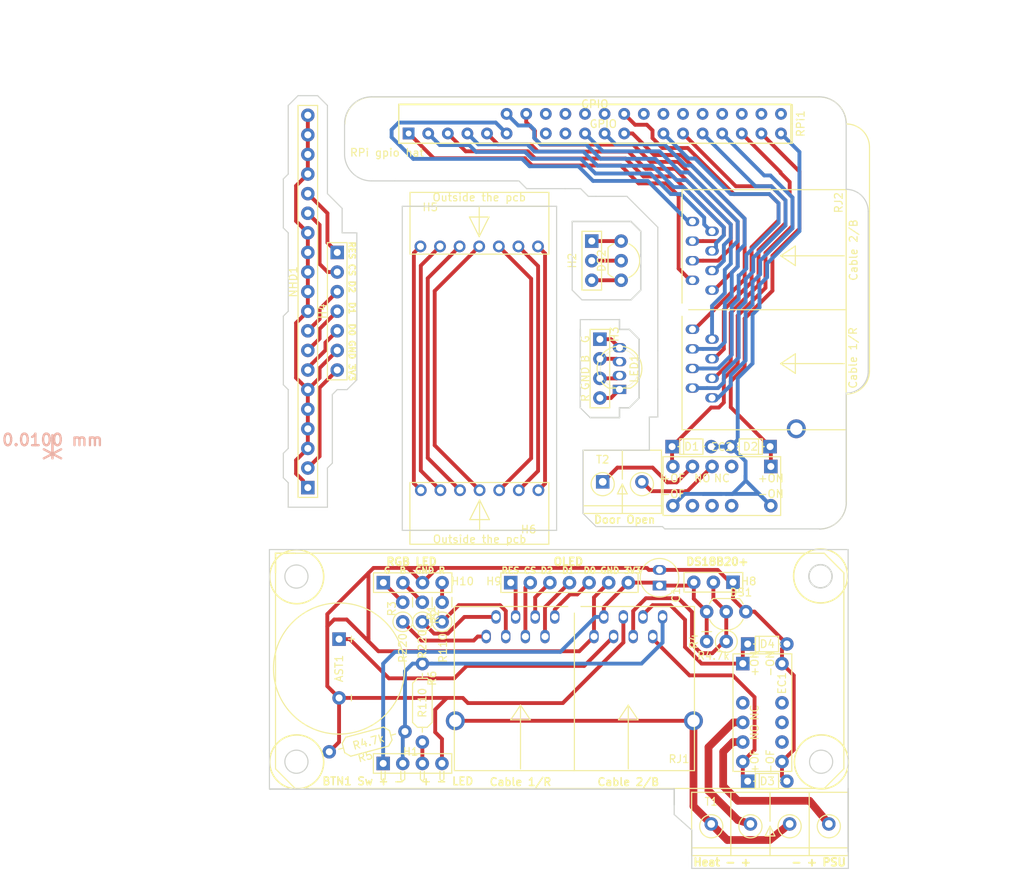
<source format=kicad_pcb>
(kicad_pcb (version 20221018) (generator pcbnew)
  (title_block (title "Toveri") (company "Vaara-kirjastot"))
  (layers (0 "F.Cu" signal) (31 "B.Cu" signal) (35 "F.Paste" user) (37 "F.SilkS" user "F.Silkscreen") (38 "B.Mask" user) (39 "F.Mask" user) (44 "Edge.Cuts" user))
  (net 0 "")
  (net 1 "/GND")
  (net 2 "/3V3")
  (net 3 "/PIEZO")
  (net 4 "/HEAT_OFF")
  (net 5 "/HEAT_ON")
  (net 6 "/DS18B20")
  (net 7 "Net-(H3-Pad3)")
  (net 8 "/NHD0420CW_over_SPI/CS")
  (net 9 "/NHD0420CW_over_SPI/D2")
  (net 10 "/NHD0420CW_over_SPI/D1")
  (net 11 "/NHD0420CW_over_SPI/D0")
  (net 12 "/NHD0420CW_over_SPI/GND")
  (net 13 "/NHD0420CW_over_SPI/3V3")
  (net 14 "/NHD0420CW_over_SPI/RES")
  (net 15 "Net-(EC1-Pad3)")
  (net 16 "Net-(EC1-Pad8)")
  (net 17 "Net-(EC1-Pad9)")
  (net 18 "Net-(EC1-Pad10)")
  (net 19 "Net-(EC2-Pad3)")
  (net 20 "Net-(EC2-Pad4)")
  (net 21 "Net-(EC2-Pad5)")
  (net 22 "Net-(EC2-Pad8)")
  (net 23 "Net-(EC2-Pad9)")
  (net 24 "Net-(EC2-Pad10)")
  (net 25 "/PiHat_35_doorOFF")
  (net 26 "/PiHat_39_doorGND")
  (net 27 "/PiHat_37_doorON")
  (net 28 "/OLED_RES")
  (net 29 "/OLED_CS")
  (net 30 "/OLED_D2")
  (net 31 "/OLED_D1")
  (net 32 "/OLED_D0")
  (net 33 "Net-(H10-Pad1)")
  (net 34 "Net-(H10-Pad2)")
  (net 35 "Net-(H10-Pad4)")
  (net 36 "/LED_G")
  (net 37 "/LED_B")
  (net 38 "/LED_R")
  (net 39 "/Heater-")
  (net 40 "/PiHat_CLK/SCLK/D0")
  (net 41 "/PiHat_MOSI/SDI/D1")
  (net 42 "/PiHat_MISO/SDO/D2")
  (net 43 "/PiHat_CE0/CS")
  (net 44 "/PiHat_RES")
  (net 45 "/PiHat_LED_R")
  (net 46 "/PiHat_LED_B")
  (net 47 "/PiHat_LED_G")
  (net 48 "/PiHat_HEAT_OFF")
  (net 49 "/PiHat_HEAT_ON")
  (net 50 "/PiHat_DS18B20")
  (net 51 "/PiHat_GND2")
  (net 52 "/PiHat_PIEZO")
  (net 53 "/PiHat_3V3")
  (net 54 "/PiHat_GND1")
  (net 55 "Net-(RJ2-PadSH)")
  (net 56 "Net-(RPi1-Pad26)")
  (net 57 "Net-(RPi1-Pad28)")
  (net 58 "Net-(RPi1-Pad30)")
  (net 59 "Net-(RPi1-Pad32)")
  (net 60 "Net-(RPi1-Pad34)")
  (net 61 "Net-(RPi1-Pad36)")
  (net 62 "Net-(RPi1-Pad38)")
  (net 63 "Net-(RPi1-Pad40)")
  (net 64 "/HT_GND")
  (net 65 "/HT_VDD")
  (net 66 "/HT_DQ")
  (net 67 "/R1,9V")
  (net 68 "/B3,4V")
  (net 69 "/G3,3V")
  (net 70 "/Cable_RES")
  (net 71 "/Cable_CS")
  (net 72 "/Cable_D2")
  (net 73 "/Cable_D1")
  (net 74 "/Cable_D0")
  (net 75 "/Cable_VDD")
  (net 76 "/Cable__VSS")
  (net 77 "Net-(EC1-Pad4)")
  (net 78 "Net-(EC1-Pad5)")
  (net 79 "/BTN1")
  (net 80 "Net-(H1-Pad3)")
  (net 81 "/PiHat_BTN1")
  (footprint "Koha-Suomi:Pin_Header_Straight_1x04_Pitch2.54mm" (layer "F.Cu") (at 106.194 82.413 -90)
    (fp_text reference "H3")
    (fp_text value "HEADER_S_1X04" hide)
  )
  (footprint "Koha-Suomi:PI_GPIO_Header_F_2x20" (layer "F.Cu") (at 80.135 57.02 90)
    (fp_text reference "RPi1")
    (fp_text value "RPi_GPIO")
  )
  (footprint "Koha-Suomi:WP154A4SUREQBFZGC" (layer "F.Cu") (at 108.734 86.223 180)
    (fp_text reference "LED1")
    (fp_text value "WP154A4SUREQBFZGC" hide)
  )
  (footprint "Koha-Suomi:RPi hat template" (layer "F.Cu") (at 76.635 54.52)
    (fp_text reference "RPi gpio hat")
    (fp_text value "RPi hat template")
  )
  (footprint "Koha-Suomi:RJ45 dual port - WE-15016137621" (layer "F.Cu") (at 127.08 78.59 90)
    (fp_text reference "RJ2")
    (fp_text value "RJ45_2xPort")
  )
  (footprint "Koha-Suomi:Header-1x7-F (Molex 38-00-1337)" (layer "F.Cu") (at 98.224 101.988 180)
    (fp_text reference "H6")
    (fp_text value "HEADER_A_1X07_F")
  )
  (footprint "Koha-Suomi:1N4154TAP" (layer "F.Cu") (at 115.55 96.335)
    (fp_text reference "D1")
    (fp_text value "D")
  )
  (footprint "Koha-Suomi:EC2-3TNU" (layer "F.Cu") (at 128.35 98.91 180)
    (fp_text reference "EC2")
    (fp_text value "EC2-3TNU")
  )
  (footprint "Koha-Suomi:1N4154TAP" (layer "F.Cu") (at 128.25 96.335 180)
    (fp_text reference "D2")
    (fp_text value "D")
  )
  (footprint "Koha-Suomi:Pin_Header_Straight_1x07_Pitch2.54mm" (layer "F.Cu") (at 72.151284 71.170169 -90)
    (fp_text reference "H4")
    (fp_text value "HEADER_S_1X07" hide)
  )
  (footprint "Koha-Suomi:Header-1x7-F (Molex 38-00-1337)" (layer "F.Cu") (at 82.934 70.388)
    (fp_text reference "H5")
    (fp_text value "HEADER_A_1X07_F")
  )
  (footprint "Koha-Suomi:TO-92_Inline_Wide" (layer "F.Cu") (at 108.95 69.697 -90)
    (fp_text reference "DS2")
    (fp_text value "DS18B20+" hide)
  )
  (footprint "Koha-Suomi:Pin_Header_Straight_1x03_Pitch2.54mm" (layer "F.Cu") (at 105.14 69.697 -90)
    (fp_text reference "H2")
    (fp_text value "HEADER_S_1X03" hide)
  )
  (footprint "Koha-Suomi:Terminal 1x4 (Molex-398800304)" (layer "F.Cu") (at 118.084 149.34)
    (fp_text reference "T1")
    (fp_text value "Screw_Terminal_01x04")
  )
  (footprint "Koha-Suomi:RJ45 dual port - WE-15016137621" (layer "F.Cu") (at 102.889 127.3)
    (fp_text reference "RJ1")
    (fp_text value "RJ45_2xPort")
  )
  (footprint "Koha-Suomi:Pin_Header_Straight_1x03_Pitch2.54mm" (layer "F.Cu") (at 123.444 113.917245 180)
    (fp_text reference "H8")
    (fp_text value "HEADER_S_1X03" hide)
  )
  (footprint "Koha-Suomi:Resistor_ThroughHole_6.3x2.3mm_Spacing2.54mm" (layer "F.Cu") (at 122.574 121.585 180)
    (fp_text reference "R4")
    (fp_text value "4.7k" hide)
  )
  (footprint "Koha-Suomi:1N4154TAP" (layer "F.Cu") (at 125.349 121.92)
    (fp_text reference "D4")
    (fp_text value "D")
  )
  (footprint "Koha-Suomi:1N4154TAP" (layer "F.Cu") (at 125.349 139.7)
    (fp_text reference "D3")
    (fp_text value "D")
  )
  (footprint "Koha-Suomi:Resistor_ThroughHole_Vertical_6.3x2.3mm_Spacing2.54mm" (layer "F.Cu") (at 85.744 119.045 90)
    (fp_text reference "R1")
    (fp_text value "110" hide)
  )
  (footprint "Koha-Suomi:TO-92_Inline_Wide" (layer "F.Cu") (at 125.114 117.727245 180)
    (fp_text reference "DS1")
    (fp_text value "DS18B20+" hide)
  )
  (footprint "Koha-Suomi:UMW0G101MDD" (layer "F.Cu") (at 113.919 113.33 90)
    (fp_text reference "C1")
    (fp_text value "CP" hide)
  )
  (footprint "Koha-Suomi:Pin_Header_Straight_1x04_Pitch2.54mm" (layer "F.Cu") (at 78.124 113.965)
    (fp_text reference "H10")
    (fp_text value "HEADER_S_1X04" hide)
  )
  (footprint "Koha-Suomi:EC2-3TNU" (layer "F.Cu") (at 124.714 124.46 -90)
    (fp_text reference "EC1")
    (fp_text value "EC2-3TNU")
  )
  (footprint "Koha-Suomi:Pin_Header_Straight_1x07_Pitch2.54mm" (layer "F.Cu") (at 94.634 113.965)
    (fp_text reference "H9")
    (fp_text value "HEADER_S_1X07" hide)
  )
  (footprint "Koha-Suomi:Resistor_ThroughHole_Vertical_6.3x2.3mm_Spacing2.54mm" (layer "F.Cu") (at 80.645 119.045 90)
    (fp_text reference "R3")
    (fp_text value "220" hide)
  )
  (footprint "Koha-Suomi:Pin_Header_Straight_1x20_Pitch2.54mm" (layer "F.Cu") (at 68.341284 101.650169 90)
    (fp_text reference "NHD1")
    (fp_text value "NHD-0420CW-AB3" hide)
  )
  (footprint "Koha-Suomi:Resistor_ThroughHole_6.3x2.3mm_Spacing2.54mm" (layer "F.Cu") (at 83.185 134.62 90)
    (fp_text reference "R6")
    (fp_text value "110" hide)
  )
  (footprint "Koha-Suomi:Resistor_ThroughHole_6.3x2.3mm_Spacing2.54mm" (layer "F.Cu") (at 71.12 135.89 15)
    (fp_text reference "R5")
    (fp_text value "4.7k" hide)
  )
  (footprint "Koha-Suomi:AST-1732MR-R" (layer "F.Cu") (at 72.39 121.285 -90)
    (fp_text reference "AST1")
    (fp_text value "AST-1732MR-R" hide)
  )
  (footprint "Koha-Suomi:Screw_Terminal_01x02 (Molex)" (layer "F.Cu") (at 109.1 105)
    (fp_text reference "T2")
    (fp_text value "Screw_Terminal_01x02")
  )
  (footprint "Koha-Suomi:Resistor_ThroughHole_Vertical_6.3x2.3mm_Spacing2.54mm" (layer "F.Cu") (at 83.185 119.045 90)
    (fp_text reference "R2")
    (fp_text value "220" hide)
  )
  (footprint "Koha-Suomi:Pin_Header_Angled_1x04_Pitch2.54mm" (layer "F.Cu") (at 78.105 137.4)
    (fp_text reference "H1")
    (fp_text value "HEADER_A_1X04" hide)
  )
  (gr_line (start 135.274 110.155) (end 137.814 112.695) (stroke (width 0.15)) (layer "F.SilkS"))
  (gr_line (start 137.814 112.695) (end 137.814 138.095) (stroke (width 0.15)) (layer "F.SilkS"))
  (gr_line (start 137.814 138.095) (end 135.274 140.635) (stroke (width 0.15)) (layer "F.SilkS"))
  (gr_line (start 135.274 140.635) (end 66.694 140.635) (stroke (width 0.15)) (layer "F.SilkS"))
  (gr_line (start 66.694 140.635) (end 64.154 138.095) (stroke (width 0.15)) (layer "F.SilkS"))
  (gr_line (start 64.154 138.095) (end 64.154 112.695) (stroke (width 0.15)) (layer "F.SilkS"))
  (gr_line (start 66.694 110.155) (end 135.274 110.155) (stroke (width 0.15)) (layer "F.SilkS"))
  (gr_line (start 64.154 112.695) (end 64.154 110.155) (stroke (width 0.2)) (layer "F.SilkS"))
  (gr_line (start 64.154 110.155) (end 66.694 110.155) (stroke (width 0.2)) (layer "F.SilkS"))
  (gr_circle (center 134.8 113.1) (end 138.3 113.1) (stroke (width 0.2)) (fill none) (layer "F.SilkS"))
  (gr_circle (center 66.9 113.2) (end 70.4 113.2) (stroke (width 0.2)) (fill none) (layer "F.SilkS"))
  (gr_circle (center 134.9 137.2) (end 138.4 137.2) (stroke (width 0.2)) (fill none) (layer "F.SilkS"))
  (gr_circle (center 66.9 137.2) (end 70.4 137.2) (stroke (width 0.2)) (fill none) (layer "F.SilkS"))
  (gr_line (start 72.151284 88.950169) (end 73.421284 88.950169) (stroke (width 0.15)) (layer "Edge.Cuts"))
  (gr_line (start 73.421284 88.950169) (end 74.691284 87.680169) (stroke (width 0.15)) (layer "Edge.Cuts"))
  (gr_line (start 72.786284 65.455169) (end 70.881284 63.550169) (stroke (width 0.15)) (layer "Edge.Cuts"))
  (gr_line (start 71.516284 98.475169) (end 71.516284 89.585169) (stroke (width 0.15)) (layer "Edge.Cuts"))
  (gr_line (start 74.691284 68.630169) (end 72.786284 68.630169) (stroke (width 0.15)) (layer "Edge.Cuts"))
  (gr_line (start 72.786284 68.630169) (end 72.786284 65.455169) (stroke (width 0.15)) (layer "Edge.Cuts"))
  (gr_line (start 70.881284 99.110169) (end 71.516284 98.475169) (stroke (width 0.15)) (layer "Edge.Cuts"))
  (gr_line (start 71.516284 89.585169) (end 72.151284 88.950169) (stroke (width 0.15)) (layer "Edge.Cuts"))
  (gr_line (start 74.691284 87.680169) (end 74.691284 68.630169) (stroke (width 0.15)) (layer "Edge.Cuts"))
  (gr_line (start 100.584 65.188) (end 100.584 107.188) (stroke (width 0.15)) (layer "Edge.Cuts"))
  (gr_line (start 111.49 68.427) (end 111.49 76.047) (stroke (width 0.2)) (layer "Edge.Cuts"))
  (gr_line (start 110.22 67.157) (end 111.49 68.427) (stroke (width 0.2)) (layer "Edge.Cuts"))
  (gr_line (start 111.49 76.047) (end 110.22 77.317) (stroke (width 0.2)) (layer "Edge.Cuts"))
  (gr_line (start 110.22 77.317) (end 103.87 77.317) (stroke (width 0.15)) (layer "Edge.Cuts"))
  (gr_line (start 103.87 77.317) (end 102.6 76.047) (stroke (width 0.15)) (layer "Edge.Cuts"))
  (gr_line (start 102.6 76.047) (end 102.6 67.157) (stroke (width 0.15)) (layer "Edge.Cuts"))
  (gr_line (start 102.6 67.157) (end 110.22 67.157) (stroke (width 0.2)) (layer "Edge.Cuts"))
  (gr_line (start 63.49492 140.72616) (end 63.39332 140.716) (stroke (width 0.2)) (layer "Edge.Cuts"))
  (gr_circle (center 134.784 113.14) (end 136.284 113.14) (stroke (width 0.2)) (fill none) (layer "Edge.Cuts"))
  (gr_line (start 138.364 109.675) (end 138.364 140.675) (stroke (width 0.15)) (layer "Edge.Cuts"))
  (gr_line (start 63.364 140.675) (end 63.364 109.675) (stroke (width 0.15)) (layer "Edge.Cuts"))
  (gr_line (start 63.364 109.675) (end 138.364 109.675) (stroke (width 0.15)) (layer "Edge.Cuts"))
  (gr_circle (center 134.864 137.175) (end 134.864 138.675) (stroke (width 0.15)) (fill none) (layer "Edge.Cuts"))
  (gr_circle (center 66.864 113.175) (end 66.864 111.675) (stroke (width 0.15)) (fill none) (layer "Edge.Cuts"))
  (gr_circle (center 66.864 137.175) (end 66.864 138.675) (stroke (width 0.15)) (fill none) (layer "Edge.Cuts"))
  (gr_line (start 138.3665 140.6525) (end 138.3665 148.844) (stroke (width 0.2)) (layer "Edge.Cuts"))
  (gr_line (start 115.824 142.748) (end 115.824 140.716) (stroke (width 0.2)) (layer "Edge.Cuts"))
  (gr_line (start 115.824 140.716) (end 63.5 140.716) (stroke (width 0.2)) (layer "Edge.Cuts"))
  (gr_line (start 65.801284 101.015169) (end 65.801284 104.190169) (stroke (width 0.15)) (layer "Edge.Cuts"))
  (gr_line (start 65.801284 104.190169) (end 70.881284 104.190169) (stroke (width 0.15)) (layer "Edge.Cuts"))
  (gr_line (start 70.881284 104.190169) (end 70.881284 99.110169) (stroke (width 0.15)) (layer "Edge.Cuts"))
  (gr_line (start 67.071284 50.850169) (end 65.801284 52.120169) (stroke (width 0.15)) (layer "Edge.Cuts"))
  (gr_line (start 70.881284 63.550169) (end 70.881284 52.120169) (stroke (width 0.15)) (layer "Edge.Cuts"))
  (gr_line (start 70.881284 52.120169) (end 69.611284 50.850169) (stroke (width 0.15)) (layer "Edge.Cuts"))
  (gr_line (start 69.611284 50.850169) (end 67.071284 50.850169) (stroke (width 0.15)) (layer "Edge.Cuts"))
  (gr_line (start 65.801284 52.120169) (end 65.801284 61.010169) (stroke (width 0.15)) (layer "Edge.Cuts"))
  (gr_line (start 65.801284 61.010169) (end 65.166284 61.645169) (stroke (width 0.15)) (layer "Edge.Cuts"))
  (gr_line (start 65.166284 67.995169) (end 65.801284 68.630169) (stroke (width 0.15)) (layer "Edge.Cuts"))
  (gr_line (start 65.801284 68.630169) (end 65.801284 78.790169) (stroke (width 0.15)) (layer "Edge.Cuts"))
  (gr_line (start 65.801284 78.790169) (end 65.166284 79.425169) (stroke (width 0.15)) (layer "Edge.Cuts"))
  (gr_line (start 65.166284 88.315169) (end 65.801284 88.950169) (stroke (width 0.15)) (layer "Edge.Cuts"))
  (gr_line (start 65.801284 88.950169) (end 65.801284 96.570169) (stroke (width 0.15)) (layer "Edge.Cuts"))
  (gr_line (start 65.801284 96.570169) (end 65.166284 97.205169) (stroke (width 0.15)) (layer "Edge.Cuts"))
  (gr_line (start 65.166284 100.380169) (end 65.801284 101.015169) (stroke (width 0.15)) (layer "Edge.Cuts"))
  (gr_line (start 65.166284 97.205169) (end 65.166284 100.380169) (stroke (width 0.15)) (layer "Edge.Cuts"))
  (gr_line (start 65.166284 79.425169) (end 65.166284 88.315169) (stroke (width 0.15)) (layer "Edge.Cuts"))
  (gr_line (start 65.166284 61.645169) (end 65.166284 67.995169) (stroke (width 0.15)) (layer "Edge.Cuts"))
  (gr_line (start 103.654 79.873) (end 103.654 81.143) (stroke (width 0.15)) (layer "Edge.Cuts"))
  (gr_line (start 140.97 86.5505) (end 140.97 65.8495) (stroke (width 0.15)) (layer "Edge.Cuts"))
  (gr_line (start 108.734 79.873) (end 108.734 81.143) (stroke (width 0.2)) (layer "Edge.Cuts"))
  (gr_line (start 113.7 88.9) (end 113.7 92.5) (stroke (width 0.15)) (layer "Edge.Cuts"))
  (gr_line (start 138.1125 54.483) (end 138.1125 62.992) (stroke (width 0.15)) (layer "Edge.Cuts"))
  (gr_line (start 104.924 92.573) (end 103.654 91.303) (stroke (width 0.15)) (layer "Edge.Cuts"))
  (gr_line (start 138.4 151) (end 138.4 149.1) (stroke (width 0.15)) (layer "Edge.Cuts"))
  (gr_line (start 105.7 63.9) (end 104.7 63.9) (stroke (width 0.15)) (layer "Edge.Cuts"))
  (gr_line (start 118.11 149.352) (end 118.11 146.05) (stroke (width 0.15)) (layer "Edge.Cuts"))
  (gr_line (start 95.7 61.9) (end 91.7 61.9) (stroke (width 0.15)) (layer "Edge.Cuts"))
  (gr_line (start 108.734 91.303) (end 108.734 92.573) (stroke (width 0.2)) (layer "Edge.Cuts"))
  (gr_line (start 118.1 151) (end 138.4 151) (stroke (width 0.15)) (layer "Edge.Cuts"))
  (gr_arc (start 134.6 51) (mid 137.074874 52.025126) (end 138.1 54.5) (stroke (width 0.15)) (layer "Edge.Cuts"))
  (gr_line (start 113.7 92.5) (end 112.6 92.5) (stroke (width 0.15)) (layer "Edge.Cuts"))
  (gr_line (start 138.384 148.84) (end 138.384 149.34) (stroke (width 0.15)) (layer "Edge.Cuts"))
  (gr_line (start 100.584 107.188) (end 80.584 107.188) (stroke (width 0.15)) (layer "Edge.Cuts"))
  (gr_line (start 110.004 91.303) (end 108.734 91.303) (stroke (width 0.2)) (layer "Edge.Cuts"))
  (gr_line (start 114.3 106.7) (end 105.7 106.7) (stroke (width 0.15)) (layer "Edge.Cuts"))
  (gr_line (start 114.6 107) (end 114.3 106.7) (stroke (width 0.15)) (layer "Edge.Cuts"))
  (gr_line (start 80.584 65.188) (end 100.584 65.188) (stroke (width 0.15)) (layer "Edge.Cuts"))
  (gr_line (start 112.6 92.5) (end 112.6 96.8) (stroke (width 0.15)) (layer "Edge.Cuts"))
  (gr_line (start 80.584 107.188) (end 80.584 65.188) (stroke (width 0.15)) (layer "Edge.Cuts"))
  (gr_arc (start 138.135 103.52) (mid 137.109874 105.994874) (end 134.635 107.02) (stroke (width 0.15)) (layer "Edge.Cuts"))
  (gr_line (start 104 105) (end 104 96.8) (stroke (width 0.15)) (layer "Edge.Cuts"))
  (gr_line (start 118.11 146.05) (end 115.824 144.018) (stroke (width 0.15)) (layer "Edge.Cuts"))
  (gr_arc (start 76.6 61.9) (mid 74.125126 60.874874) (end 73.1 58.4) (stroke (width 0.15)) (layer "Edge.Cuts"))
  (gr_line (start 103.654 91.303) (end 103.654 81.143) (stroke (width 0.2)) (layer "Edge.Cuts"))
  (gr_arc (start 73.1 54.5) (mid 74.125126 52.025126) (end 76.6 51) (stroke (width 0.15)) (layer "Edge.Cuts"))
  (gr_line (start 115.824 144.018) (end 115.824 142.748) (stroke (width 0.15)) (layer "Edge.Cuts"))
  (gr_line (start 114.6 107) (end 134.7 107) (stroke (width 0.15)) (layer "Edge.Cuts"))
  (gr_line (start 108.734 81.143) (end 110.004 81.143) (stroke (width 0.2)) (layer "Edge.Cuts"))
  (gr_line (start 113.7 83.9) (end 113.7 88.9) (stroke (width 0.15)) (layer "Edge.Cuts"))
  (gr_line (start 110.004 81.143) (end 111.274 82.413) (stroke (width 0.2)) (layer "Edge.Cuts"))
  (gr_line (start 111.274 82.413) (end 111.274 90.033) (stroke (width 0.2)) (layer "Edge.Cuts"))
  (gr_line (start 109.7 63.9) (end 105.7 63.9) (stroke (width 0.15)) (layer "Edge.Cuts"))
  (gr_line (start 86.7 61.9) (end 91.7 61.9) (stroke (width 0.15)) (layer "Edge.Cuts"))
  (gr_line (start 104.924 79.873) (end 103.654 79.873) (stroke (width 0.15)) (layer "Edge.Cuts"))
  (gr_line (start 104.7 63.9) (end 103.7 62.9) (stroke (width 0.15)) (layer "Edge.Cuts"))
  (gr_line (start 76.6 61.9) (end 79.6 61.9) (stroke (width 0.15)) (layer "Edge.Cuts"))
  (gr_arc (start 140.97 86.5505) (mid 140.133058 88.571058) (end 138.1125 89.408) (stroke (width 0.15)) (layer "Edge.Cuts"))
  (gr_line (start 110.7 64.9) (end 109.7 63.9) (stroke (width 0.15)) (layer "Edge.Cuts"))
  (gr_line (start 111.274 90.033) (end 110.004 91.303) (stroke (width 0.2)) (layer "Edge.Cuts"))
  (gr_line (start 104 105) (end 105.7 106.7) (stroke (width 0.15)) (layer "Edge.Cuts"))
  (gr_line (start 113.7 67.9) (end 113.7 83.9) (stroke (width 0.15)) (layer "Edge.Cuts"))
  (gr_arc (start 138.1125 62.992) (mid 140.133058 63.828942) (end 140.97 65.8495) (stroke (width 0.15)) (layer "Edge.Cuts"))
  (gr_line (start 138.1125 89.408) (end 138.2395 89.408) (stroke (width 0.15)) (layer "Edge.Cuts"))
  (gr_line (start 104.924 79.873) (end 108.734 79.873) (stroke (width 0.15)) (layer "Edge.Cuts"))
  (gr_line (start 108.734 92.573) (end 104.924 92.573) (stroke (width 0.2)) (layer "Edge.Cuts"))
  (gr_line (start 138.1125 103.505) (end 138.1125 89.408) (stroke (width 0.15)) (layer "Edge.Cuts"))
  (gr_line (start 101.7 62.9) (end 96.7 62.9) (stroke (width 0.15)) (layer "Edge.Cuts"))
  (gr_line (start 103.7 62.9) (end 101.7 62.9) (stroke (width 0.15)) (layer "Edge.Cuts"))
  (gr_line (start 96.7 62.9) (end 95.7 61.9) (stroke (width 0.15)) (layer "Edge.Cuts"))
  (gr_line (start 110.7 64.9) (end 113.7 67.9) (stroke (width 0.15)) (layer "Edge.Cuts"))
  (gr_line (start 118.1 149.3) (end 118.1 151) (stroke (width 0.15)) (layer "Edge.Cuts"))
  (gr_line (start 134.6 51) (end 76.6 51) (stroke (width 0.15)) (layer "Edge.Cuts"))
  (gr_line (start 73.1 54.5) (end 73.1 58.4) (stroke (width 0.15)) (layer "Edge.Cuts"))
  (gr_line (start 112.6 96.8) (end 104 96.8) (stroke (width 0.15)) (layer "Edge.Cuts"))
  (gr_line (start 86.7 61.9) (end 79.6 61.9) (stroke (width 0.15)) (layer "Edge.Cuts"))
  (gr_text "RES CS D2  D1  D0 GND 3V3" (at 74.056284 78.790169 270) (layer "F.SilkS") (effects (font (size 0.8 0.8) (thickness 0.2))))
  (gr_text "RES CS D2  D1  D0 GND 3V3" (at 102.489 112.395) (layer "F.SilkS") (effects (font (size 0.8 0.8) (thickness 0.2))))
  (gr_text "G  B  GND R" (at 82.169 112.395) (layer "F.SilkS") (effects (font (size 0.8 0.8) (thickness 0.2))))
  (gr_text "R220" (at 83.185 121.92 90) (layer "F.SilkS") (effects (font (size 1 1))))
  (gr_text "R220" (at 80.645 122.428 90) (layer "F.SilkS") (effects (font (size 1 1))))
  (gr_text "R4.7k" (at 120.904 123.444) (layer "F.SilkS") (effects (font (size 1 1))))
  (gr_text "DS18B20+" (at 121.412 111.252) (layer "F.SilkS") (effects (font (size 1 1) (thickness 0.25))))
  (gr_text "R110" (at 85.852 122.428 90) (layer "F.SilkS") (effects (font (size 1 1))))
  (gr_text "RGB LED" (at 81.788 111.252) (layer "F.SilkS") (effects (font (size 1 1) (thickness 0.25))))
  (gr_text "Door Open" (at 109.4 105.8) (layer "F.SilkS") (effects (font (size 1 1) (thickness 0.2))))
  (gr_text "R4.7k" (at 76.2 134.62 15) (layer "F.SilkS") (effects (font (size 1 1))))
  (gr_text "Heat - +       - + PSU" (at 128.2 150.2) (layer "F.SilkS") (effects (font (size 1 1) (thickness 0.25))))
  (gr_text "OLED" (at 102.108 111.252) (layer "F.SilkS") (effects (font (size 1 1) (thickness 0.25))))
  (gr_text "BTN1 Sw + -   + - LED" (at 80.01 139.7) (layer "F.SilkS") (effects (font (size 1 1) (thickness 0.2))))
  (gr_text "R110" (at 83.185 129.54 90) (layer "F.SilkS") (effects (font (size 1 1))))
  (dimension (type aligned) (layer "B.SilkS") (pts (xy 35.25 94.85) (xy 35.24 94.85)) (height -2.419999) (gr_text "0.0100 mm" (at 35.245 95.469999) (layer "B.SilkS") (effects (font (size 1.5 1.5) (thickness 0.3)))) (format (prefix "") (suffix "") (units 2) (units_format 1) (precision 4)) (style (thickness 0.3) (arrow_length 1.27) (text_position_mode 0) (extension_height 0.58642) (extension_offset 0) keep_text_aligned))
  (segment (start 109.239 121.722781) (end 101.38678 129.575001) (width 0.5) (layer "F.Cu") (net 1))
  (segment (start 109.239 118.41) (end 109.239 121.722781) (width 0.5) (layer "F.Cu") (net 1))
  (segment (start 101.38678 129.575001) (end 89.096999 129.575001) (width 0.5) (layer "F.Cu") (net 1))
  (segment (start 89.096999 129.575001) (end 88.426998 128.905) (width 0.5) (layer "F.Cu") (net 1))
  (segment (start 123.444 113.917245) (end 123.444 116.057245) (width 0.5) (layer "F.Cu") (net 1))
  (segment (start 123.444 116.057245) (end 125.114 117.727245) (width 0.5) (layer "F.Cu") (net 1))
  (segment (start 121.458 112.314) (end 123.061245 113.917245) (width 0.5) (layer "F.Cu") (net 1))
  (segment (start 113.919 112.314) (end 121.458 112.314) (width 0.5) (layer "F.Cu") (net 1))
  (segment (start 123.061245 113.917245) (end 123.444 113.917245) (width 0.5) (layer "F.Cu") (net 1))
  (segment (start 105.429 120.95) (end 105.429 115.87) (width 0.5) (layer "F.Cu") (net 1))
  (segment (start 105.429 115.87) (end 107.334 113.965) (width 0.5) (layer "F.Cu") (net 1))
  (segment (start 83.204 113.965) (end 85.109 112.06) (width 0.5) (layer "F.Cu") (net 1))
  (segment (start 129.794 137.16) (end 129.794 139.065) (width 0.5) (layer "F.Cu") (net 1))
  (segment (start 129.794 139.065) (end 130.429 139.7) (width 0.5) (layer "F.Cu") (net 1))
  (segment (start 129.794 124.46) (end 131.319001 125.985001) (width 0.5) (layer "F.Cu") (net 1))
  (segment (start 131.319001 135.634999) (end 130.668999 136.285001) (width 0.5) (layer "F.Cu") (net 1))
  (segment (start 131.319001 125.985001) (end 131.319001 135.634999) (width 0.5) (layer "F.Cu") (net 1))
  (segment (start 130.668999 136.285001) (end 129.794 137.16) (width 0.5) (layer "F.Cu") (net 1))
  (segment (start 130.429 121.92) (end 126.236245 117.727245) (width 0.5) (layer "F.Cu") (net 1))
  (segment (start 126.236245 117.727245) (end 125.114 117.727245) (width 0.5) (layer "F.Cu") (net 1))
  (segment (start 129.794 124.46) (end 129.794 122.555) (width 0.5) (layer "F.Cu") (net 1))
  (segment (start 129.794 122.555) (end 130.429 121.92) (width 0.5) (layer "F.Cu") (net 1))
  (segment (start 83.204 113.965) (end 81.299 112.06) (width 0.5) (layer "F.Cu") (net 1))
  (segment (start 85.725 134.224999) (end 84.850001 133.35) (width 0.5) (layer "F.Cu") (net 1))
  (segment (start 76.854 112.06) (end 112.29 112.06) (width 0.5) (layer "F.Cu") (net 1))
  (segment (start 70.864999 127.379999) (end 71.515001 128.030001) (width 0.5) (layer "F.Cu") (net 1))
  (segment (start 76.2 121.566) (end 76.2 121.285) (width 0.5) (layer "F.Cu") (net 1))
  (segment (start 112.544 112.314) (end 113.919 112.314) (width 0.5) (layer "F.Cu") (net 1))
  (segment (start 82.169 128.905) (end 72.39 128.905) (width 0.5) (layer "F.Cu") (net 1))
  (segment (start 105.429 120.95) (end 103.524 122.855) (width 0.5) (layer "F.Cu") (net 1))
  (segment (start 103.524 122.855) (end 77.489 122.855) (width 0.5) (layer "F.Cu") (net 1))
  (segment (start 88.426998 128.905) (end 86.36 128.905) (width 0.5) (layer "F.Cu") (net 1))
  (segment (start 71.755 118.745) (end 70.864999 119.635001) (width 0.5) (layer "F.Cu") (net 1))
  (segment (start 76.2 121.566) (end 73.379 118.745) (width 0.5) (layer "F.Cu") (net 1))
  (segment (start 72.39 134.62) (end 72.39 128.905) (width 0.5) (layer "F.Cu") (net 1))
  (segment (start 86.36 128.905) (end 82.169 128.905) (width 0.5) (layer "F.Cu") (net 1))
  (segment (start 76.2 112.714) (end 76.854 112.06) (width 0.5) (layer "F.Cu") (net 1))
  (segment (start 85.725 137.4) (end 85.725 134.224999) (width 0.5) (layer "F.Cu") (net 1))
  (segment (start 73.379 118.745) (end 72.39 118.745) (width 0.5) (layer "F.Cu") (net 1))
  (segment (start 72.39 118.745) (end 71.755 118.745) (width 0.5) (layer "F.Cu") (net 1))
  (segment (start 76.2 121.285) (end 76.2 112.714) (width 0.5) (layer "F.Cu") (net 1))
  (segment (start 76.2 112.714) (end 70.864999 118.049001) (width 0.5) (layer "F.Cu") (net 1))
  (segment (start 70.864999 118.049001) (end 70.864999 127.379999) (width 0.5) (layer "F.Cu") (net 1))
  (segment (start 77.489 122.855) (end 76.2 121.566) (width 0.5) (layer "F.Cu") (net 1))
  (segment (start 84.850001 133.35) (end 84.850001 130.414999) (width 0.5) (layer "F.Cu") (net 1))
  (segment (start 84.850001 130.414999) (end 86.36 128.905) (width 0.5) (layer "F.Cu") (net 1))
  (segment (start 112.29 112.06) (end 112.544 112.314) (width 0.5) (layer "F.Cu") (net 1))
  (segment (start 71.515001 128.030001) (end 72.39 128.905) (width 0.5) (layer "F.Cu") (net 1))
  (segment (start 71.12 135.89) (end 72.39 134.62) (width 0.5) (layer "F.Cu") (net 1))
  (segment (start 120.034 117.727245) (end 120.034 121.585) (width 0.5) (layer "F.Cu") (net 2))
  (segment (start 118.364 113.917245) (end 118.364 116.057245) (width 0.5) (layer "F.Cu") (net 2))
  (segment (start 118.364 116.057245) (end 120.034 117.727245) (width 0.5) (layer "F.Cu") (net 2))
  (segment (start 113.919 114.346) (end 117.935245 114.346) (width 0.5) (layer "F.Cu") (net 2))
  (segment (start 117.935245 114.346) (end 118.364 113.917245) (width 0.5) (layer "F.Cu") (net 2))
  (segment (start 109.874 113.965) (end 113.538 113.965) (width 0.5) (layer "F.Cu") (net 2))
  (segment (start 113.538 113.965) (end 113.919 114.346) (width 0.5) (layer "F.Cu") (net 2))
  (segment (start 106.699 118.41) (end 106.699 117.14) (width 0.5) (layer "F.Cu") (net 2))
  (segment (start 106.699 117.14) (end 108.999001 114.839999) (width 0.5) (layer "F.Cu") (net 2))
  (segment (start 108.999001 114.839999) (end 109.874 113.965) (width 0.5) (layer "F.Cu") (net 2))
  (segment (start 120.034 117.617212) (end 120.034 117.727245) (width 0.5) (layer "F.Cu") (net 2))
  (segment (start 79.630001 122.934999) (end 101.074001 122.934999) (width 0.5) (layer "B.Cu") (net 2))
  (segment (start 105.599 118.41) (end 106.699 118.41) (width 0.5) (layer "B.Cu") (net 2))
  (segment (start 78.105 137.4) (end 78.105 124.46) (width 0.5) (layer "B.Cu") (net 2))
  (segment (start 101.074001 122.934999) (end 105.599 118.41) (width 0.5) (layer "B.Cu") (net 2))
  (segment (start 78.105 124.46) (end 79.630001 122.934999) (width 0.5) (layer "B.Cu") (net 2))
  (segment (start 72.39 121.285) (end 73.765 121.285) (width 0.5) (layer "F.Cu") (net 3))
  (segment (start 88.919 124.76) (end 104.159 124.76) (width 0.5) (layer "F.Cu") (net 3))
  (segment (start 87.314 126.365) (end 88.919 124.76) (width 0.5) (layer "F.Cu") (net 3))
  (segment (start 78.845 126.365) (end 87.314 126.365) (width 0.5) (layer "F.Cu") (net 3))
  (segment (start 104.159 124.76) (end 107.969 120.95) (width 0.5) (layer "F.Cu") (net 3))
  (segment (start 73.765 121.285) (end 78.845 126.365) (width 0.5) (layer "F.Cu") (net 3))
  (segment (start 124.714 137.16) (end 124.714 139.065) (width 0.5) (layer "F.Cu") (net 4))
  (segment (start 124.714 139.065) (end 125.349 139.7) (width 0.5) (layer "F.Cu") (net 4))
  (segment (start 126.239001 135.634999) (end 125.588999 136.285001) (width 0.5) (layer "F.Cu") (net 4))
  (segment (start 126.239001 128.807999) (end 126.239001 135.634999) (width 0.5) (layer "F.Cu") (net 4))
  (segment (start 123.416003 125.985001) (end 126.239001 128.807999) (width 0.5) (layer "F.Cu") (net 4))
  (segment (start 117.809001 125.985001) (end 123.416003 125.985001) (width 0.5) (layer "F.Cu") (net 4))
  (segment (start 125.588999 136.285001) (end 124.714 137.16) (width 0.5) (layer "F.Cu") (net 4))
  (segment (start 113.049 121.225) (end 117.809001 125.985001) (width 0.5) (layer "F.Cu") (net 4))
  (segment (start 113.049 120.95) (end 113.049 121.225) (width 0.5) (layer "F.Cu") (net 4))
  (segment (start 124.714 124.46) (end 124.714 122.555) (width 0.5) (layer "F.Cu") (net 5))
  (segment (start 124.714 122.555) (end 125.349 121.92) (width 0.5) (layer "F.Cu") (net 5))
  (segment (start 115.33399 116.88499) (end 117.22899 118.77999) (width 0.5) (layer "F.Cu") (net 5))
  (segment (start 113.02901 116.88499) (end 115.33399 116.88499) (width 0.5) (layer "F.Cu") (net 5))
  (segment (start 119.379192 124.46) (end 124.714 124.46) (width 0.5) (layer "F.Cu") (net 5))
  (segment (start 117.22899 122.309798) (end 119.379192 124.46) (width 0.5) (layer "F.Cu") (net 5))
  (segment (start 111.779 118.41) (end 111.779 118.135) (width 0.5) (layer "F.Cu") (net 5))
  (segment (start 117.22899 118.77999) (end 117.22899 122.309798) (width 0.5) (layer "F.Cu") (net 5))
  (segment (start 111.779 118.135) (end 113.02901 116.88499) (width 0.5) (layer "F.Cu") (net 5))
  (segment (start 112.161239 115.98498) (end 116.33898 115.98498) (width 0.5) (layer "F.Cu") (net 6))
  (segment (start 110.509 117.637219) (end 112.161239 115.98498) (width 0.5) (layer "F.Cu") (net 6))
  (segment (start 110.509 120.95) (end 110.509 117.637219) (width 0.5) (layer "F.Cu") (net 6))
  (segment (start 121.414033 113.917245) (end 121.414033 113.854967) (width 0.5) (layer "F.Cu") (net 6))
  (segment (start 121.414033 113.917245) (end 121.256245 113.917245) (width 0.5) (layer "F.Cu") (net 6))
  (segment (start 121.414033 114.027278) (end 121.414033 113.917245) (width 0.5) (layer "F.Cu") (net 6))
  (segment (start 116.33898 115.98498) (end 118.129 117.775) (width 0.5) (layer "F.Cu") (net 6))
  (segment (start 122.574 117.727245) (end 120.904 116.057245) (width 0.5) (layer "F.Cu") (net 6))
  (segment (start 120.904 116.057245) (end 120.904 113.917245) (width 0.5) (layer "F.Cu") (net 6))
  (segment (start 122.574 121.585) (end 122.574 117.727245) (width 0.5) (layer "F.Cu") (net 6))
  (segment (start 121.939 121.937002) (end 122.574 121.302002) (width 0.5) (layer "F.Cu") (net 6))
  (segment (start 122.291002 121.585) (end 121.939 121.937002) (width 0.5) (layer "F.Cu") (net 6))
  (segment (start 120.766001 123.110001) (end 121.939 121.937002) (width 0.5) (layer "F.Cu") (net 6))
  (segment (start 119.301999 123.110001) (end 120.766001 123.110001) (width 0.5) (layer "F.Cu") (net 6))
  (segment (start 118.129 121.937002) (end 119.301999 123.110001) (width 0.5) (layer "F.Cu") (net 6))
  (segment (start 118.129 117.775) (end 118.129 121.937002) (width 0.5) (layer "F.Cu") (net 6))
  (segment (start 106.194 87.493) (end 108.364 87.493) (width 0.5) (layer "F.Cu") (net 7))
  (segment (start 108.364 87.493) (end 108.734 87.123) (width 0.5) (layer "F.Cu") (net 7))
  (segment (start 70.913848 73.710169) (end 72.151284 73.710169) (width 0.5) (layer "F.Cu") (net 8))
  (segment (start 69.866285 67.61517) (end 69.866285 72.662606) (width 0.5) (layer "F.Cu") (net 8))
  (segment (start 69.866285 72.662606) (end 70.913848 73.710169) (width 0.5) (layer "F.Cu") (net 8))
  (segment (start 68.341284 66.090169) (end 69.866285 67.61517) (width 0.5) (layer "F.Cu") (net 8))
  (segment (start 69.866285 67.61517) (end 69.216283 66.965168) (width 0.5) (layer "F.Cu") (net 8))
  (segment (start 69.216283 66.965168) (end 68.341284 66.090169) (width 0.5) (layer "F.Cu") (net 8))
  (segment (start 71.276285 77.125168) (end 72.151284 76.250169) (width 0.5) (layer "F.Cu") (net 9))
  (segment (start 68.341284 81.330169) (end 69.866285 79.805168) (width 0.5) (layer "F.Cu") (net 9))
  (segment (start 69.866285 79.805168) (end 69.866285 78.535168) (width 0.5) (layer "F.Cu") (net 9))
  (segment (start 69.866285 78.535168) (end 71.276285 77.125168) (width 0.5) (layer "F.Cu") (net 9))
  (segment (start 69.216283 80.45517) (end 68.341284 81.330169) (width 0.5) (layer "F.Cu") (net 9))
  (segment (start 71.276285 79.665168) (end 72.151284 78.790169) (width 0.5) (layer "F.Cu") (net 10))
  (segment (start 68.341284 83.870169) (end 69.866285 82.345168) (width 0.5) (layer "F.Cu") (net 10))
  (segment (start 69.866285 82.345168) (end 69.866285 81.077974) (width 0.5) (layer "F.Cu") (net 10))
  (segment (start 71.276285 79.667974) (end 71.276285 79.665168) (width 0.5) (layer "F.Cu") (net 10))
  (segment (start 69.866285 81.077974) (end 71.276285 79.667974) (width 0.5) (layer "F.Cu") (net 10))
  (segment (start 69.216283 82.99517) (end 68.341284 83.870169) (width 0.5) (layer "F.Cu") (net 10))
  (segment (start 71.276285 82.205168) (end 72.151284 81.330169) (width 0.5) (layer "F.Cu") (net 11))
  (segment (start 68.341284 86.410169) (end 68.341284 86.127171) (width 0.5) (layer "F.Cu") (net 11))
  (segment (start 68.341284 86.127171) (end 70.626283 83.842172) (width 0.5) (layer "F.Cu") (net 11))
  (segment (start 70.626283 83.842172) (end 70.626283 82.85517) (width 0.5) (layer "F.Cu") (net 11))
  (segment (start 70.626283 82.85517) (end 71.276285 82.205168) (width 0.5) (layer "F.Cu") (net 11))
  (segment (start 71.276285 84.745168) (end 72.151284 83.870169) (width 0.5) (layer "F.Cu") (net 12))
  (segment (start 67.706284 100.732171) (end 67.706284 101.015169) (width 0.5) (layer "F.Cu") (net 12))
  (segment (start 67.706284 101.015169) (end 68.341284 101.650169) (width 0.5) (layer "F.Cu") (net 12))
  (segment (start 66.816283 99.84217) (end 67.706284 100.732171) (width 0.5) (layer "F.Cu") (net 12))
  (segment (start 68.341284 96.570169) (end 66.816283 98.09517) (width 0.5) (layer "F.Cu") (net 12))
  (segment (start 66.816283 98.09517) (end 66.816283 99.84217) (width 0.5) (layer "F.Cu") (net 12))
  (segment (start 68.341284 88.950169) (end 68.341284 96.570169) (width 0.5) (layer "F.Cu") (net 12))
  (segment (start 68.341284 78.790169) (end 66.816283 80.31517) (width 0.5) (layer "F.Cu") (net 12))
  (segment (start 66.816283 80.31517) (end 66.816283 87.425168) (width 0.5) (layer "F.Cu") (net 12))
  (segment (start 66.816283 87.425168) (end 67.466285 88.07517) (width 0.5) (layer "F.Cu") (net 12))
  (segment (start 67.466285 88.07517) (end 68.341284 88.950169) (width 0.5) (layer "F.Cu") (net 12))
  (segment (start 68.341284 68.630169) (end 68.341284 78.790169) (width 0.5) (layer "F.Cu") (net 12))
  (segment (start 68.341284 61.010169) (end 66.816283 62.53517) (width 0.5) (layer "F.Cu") (net 12))
  (segment (start 66.816283 62.53517) (end 66.816283 67.105168) (width 0.5) (layer "F.Cu") (net 12))
  (segment (start 66.816283 67.105168) (end 67.466285 67.75517) (width 0.5) (layer "F.Cu") (net 12))
  (segment (start 67.466285 67.75517) (end 68.341284 68.630169) (width 0.5) (layer "F.Cu") (net 12))
  (segment (start 68.341284 53.390169) (end 68.341284 61.010169) (width 0.5) (layer "F.Cu") (net 12))
  (segment (start 68.341284 88.950169) (end 69.866285 87.425168) (width 0.5) (layer "F.Cu") (net 12))
  (segment (start 69.866285 87.425168) (end 69.866285 86.155168) (width 0.5) (layer "F.Cu") (net 12))
  (segment (start 69.866285 86.155168) (end 71.276285 84.745168) (width 0.5) (layer "F.Cu") (net 12))
  (segment (start 71.276285 87.285168) (end 72.151284 86.410169) (width 0.5) (layer "F.Cu") (net 13))
  (segment (start 68.341284 99.110169) (end 69.866285 97.585168) (width 0.5) (layer "F.Cu") (net 13))
  (segment (start 69.866285 97.585168) (end 69.866285 88.697974) (width 0.5) (layer "F.Cu") (net 13))
  (segment (start 69.866285 88.697974) (end 71.276285 87.287974) (width 0.5) (layer "F.Cu") (net 13))
  (segment (start 71.276285 87.287974) (end 71.276285 87.285168) (width 0.5) (layer "F.Cu") (net 13))
  (segment (start 70.881284 69.900169) (end 72.151284 71.170169) (width 0.5) (layer "F.Cu") (net 14))
  (segment (start 70.881284 66.090169) (end 70.881284 69.900169) (width 0.5) (layer "F.Cu") (net 14))
  (segment (start 68.341284 63.550169) (end 70.881284 66.090169) (width 0.5) (layer "F.Cu") (net 14))
  (segment (start 120.73 98.91) (end 117.532 102.108) (width 0.5) (layer "F.Cu") (net 20))
  (segment (start 112.848 102.108) (end 111.64 100.9) (width 0.5) (layer "F.Cu") (net 20))
  (segment (start 117.532 102.108) (end 112.848 102.108) (width 0.5) (layer "F.Cu") (net 20))
  (segment (start 114.935 100.965) (end 116.135 100.965) (width 0.5) (layer "F.Cu") (net 21))
  (segment (start 106.56 100.9) (end 106.618 100.9) (width 0.5) (layer "F.Cu") (net 21))
  (segment (start 108.458 99.06) (end 113.03 99.06) (width 0.5) (layer "F.Cu") (net 21))
  (segment (start 106.618 100.9) (end 108.458 99.06) (width 0.5) (layer "F.Cu") (net 21))
  (segment (start 116.135 100.965) (end 118.19 98.91) (width 0.5) (layer "F.Cu") (net 21))
  (segment (start 113.03 99.06) (end 114.935 100.965) (width 0.5) (layer "F.Cu") (net 21))
  (segment (start 124.055029 85.702777) (end 124.05503 79.358388) (width 0.5) (layer "F.Cu") (net 25))
  (segment (start 129.61 60.775) (end 124.585 55.75) (width 0.5) (layer "F.Cu") (net 25))
  (segment (start 120.61499 91.27001) (end 121.605 91.27001) (width 0.5) (layer "F.Cu") (net 25))
  (segment (start 130.79 62.045) (end 129.61 60.865) (width 0.5) (layer "F.Cu") (net 25))
  (segment (start 129.61 60.865) (end 129.61 60.775) (width 0.5) (layer "F.Cu") (net 25))
  (segment (start 115.55 96.335) (end 120.61499 91.27001) (width 0.5) (layer "F.Cu") (net 25))
  (segment (start 130.79 63.687386) (end 130.79 62.045) (width 0.5) (layer "F.Cu") (net 25))
  (segment (start 122.25501 87.502796) (end 124.055029 85.702777) (width 0.5) (layer "F.Cu") (net 25))
  (segment (start 115.55 96.335) (end 115.55 98.81) (width 0.5) (layer "F.Cu") (net 25))
  (segment (start 121.605 91.27001) (end 122.25501 90.62) (width 0.5) (layer "F.Cu") (net 25))
  (segment (start 131.155019 67.727595) (end 131.15502 64.052406) (width 0.5) (layer "F.Cu") (net 25))
  (segment (start 115.55 98.81) (end 115.65 98.91) (width 0.5) (layer "F.Cu") (net 25))
  (segment (start 127.655068 71.227546) (end 131.155019 67.727595) (width 0.5) (layer "F.Cu") (net 25))
  (segment (start 124.05503 79.358388) (end 127.655067 75.758351) (width 0.5) (layer "F.Cu") (net 25))
  (segment (start 131.15502 64.052406) (end 130.79 63.687386) (width 0.5) (layer "F.Cu") (net 25))
  (segment (start 127.655067 75.758351) (end 127.655068 71.227546) (width 0.5) (layer "F.Cu") (net 25))
  (segment (start 122.25501 90.62) (end 122.25501 87.502796) (width 0.5) (layer "F.Cu") (net 25))
  (segment (start 115.65 103.99) (end 117.175001 102.464999) (width 0.5) (layer "B.Cu") (net 26))
  (segment (start 126.595029 102.235029) (end 127.475001 103.115001) (width 0.5) (layer "B.Cu") (net 26))
  (segment (start 117.175001 102.464999) (end 119.587 102.464999) (width 0.5) (layer "B.Cu") (net 26))
  (segment (start 121.972003 102.464999) (end 119.587 102.464999) (width 0.5) (layer "B.Cu") (net 26))
  (segment (start 126.824999 102.464999) (end 127.475001 103.115001) (width 0.5) (layer "B.Cu") (net 26))
  (segment (start 127.475001 103.115001) (end 128.35 103.99) (width 0.5) (layer "B.Cu") (net 26))
  (segment (start 125.075 98.24) (end 125.075 100.145) (width 0.5) (layer "B.Cu") (net 26))
  (segment (start 125.075 100.145) (end 125.075 100.715) (width 0.5) (layer "B.Cu") (net 26))
  (segment (start 120.63 96.335) (end 123.17 96.335) (width 0.5) (layer "B.Cu") (net 26))
  (segment (start 123.17 96.335) (end 125.075 98.24) (width 0.5) (layer "B.Cu") (net 26))
  (segment (start 125.981038 79.205773) (end 125.981037 85.550162) (width 0.5) (layer "B.Cu") (net 26))
  (segment (start 124.055029 87.47617) (end 124.055029 95.449971) (width 0.5) (layer "B.Cu") (net 26))
  (segment (start 122.535 102.464999) (end 126.824999 102.464999) (width 0.5) (layer "B.Cu") (net 26))
  (segment (start 132.055029 58.140029) (end 132.055028 68.41639) (width 0.5) (layer "B.Cu") (net 26))
  (segment (start 119.587 102.464999) (end 122.535 102.464999) (width 0.5) (layer "B.Cu") (net 26))
  (segment (start 126.881047 78.305764) (end 125.981038 79.205773) (width 0.5) (layer "B.Cu") (net 26))
  (segment (start 127.875029 72.596389) (end 127.875028 74.37439) (width 0.5) (layer "B.Cu") (net 26))
  (segment (start 125.981037 85.550162) (end 124.055029 87.47617) (width 0.5) (layer "B.Cu") (net 26))
  (segment (start 132.055028 68.41639) (end 127.875029 72.596389) (width 0.5) (layer "B.Cu") (net 26))
  (segment (start 123.390001 102.464999) (end 122.535 102.464999) (width 0.5) (layer "B.Cu") (net 26))
  (segment (start 124.055029 95.449971) (end 123.17 96.335) (width 0.5) (layer "B.Cu") (net 26))
  (segment (start 127.875028 74.37439) (end 126.881048 75.36837) (width 0.5) (layer "B.Cu") (net 26))
  (segment (start 129.665 55.75) (end 132.055029 58.140029) (width 0.5) (layer "B.Cu") (net 26))
  (segment (start 125.075 100.145) (end 125.075 100.78) (width 0.5) (layer "B.Cu") (net 26))
  (segment (start 126.881048 75.36837) (end 126.881047 78.305764) (width 0.5) (layer "B.Cu") (net 26))
  (segment (start 125.075 100.78) (end 123.390001 102.464999) (width 0.5) (layer "B.Cu") (net 26))
  (segment (start 125.075 100.715) (end 128.35 103.99) (width 0.5) (layer "B.Cu") (net 26))
  (segment (start 132.06 68.09542) (end 132.06 60.685) (width 0.5) (layer "F.Cu") (net 27))
  (segment (start 123.15502 87.875592) (end 124.955038 86.075574) (width 0.5) (layer "F.Cu") (net 27))
  (segment (start 128.25 96.335) (end 123.15502 91.24002) (width 0.5) (layer "F.Cu") (net 27))
  (segment (start 132.06 60.685) (end 127.125 55.75) (width 0.5) (layer "F.Cu") (net 27))
  (segment (start 128.35 96.435) (end 128.25 96.335) (width 0.5) (layer "F.Cu") (net 27))
  (segment (start 128.555077 71.600343) (end 132.06 68.09542) (width 0.5) (layer "F.Cu") (net 27))
  (segment (start 124.955038 86.075574) (end 124.955039 79.731185) (width 0.5) (layer "F.Cu") (net 27))
  (segment (start 123.15502 91.24002) (end 123.15502 87.875592) (width 0.5) (layer "F.Cu") (net 27))
  (segment (start 128.35 98.91) (end 128.35 96.435) (width 0.5) (layer "F.Cu") (net 27))
  (segment (start 128.555076 76.131148) (end 128.555077 71.600343) (width 0.5) (layer "F.Cu") (net 27))
  (segment (start 124.955039 79.731185) (end 128.555076 76.131148) (width 0.5) (layer "F.Cu") (net 27))
  (segment (start 94.634 113.965) (end 95.269 114.6) (width 0.5) (layer "F.Cu") (net 28))
  (segment (start 95.269 114.6) (end 95.269 118.41) (width 0.5) (layer "F.Cu") (net 28))
  (segment (start 96.539 120.95) (end 96.539 114.6) (width 0.5) (layer "F.Cu") (net 29))
  (segment (start 96.539 114.6) (end 97.174 113.965) (width 0.5) (layer "F.Cu") (net 29))
  (segment (start 97.809 118.41) (end 97.809 115.87) (width 0.5) (layer "F.Cu") (net 30))
  (segment (start 97.809 115.87) (end 99.714 113.965) (width 0.5) (layer "F.Cu") (net 30))
  (segment (start 99.079 120.95) (end 99.079 117.14) (width 0.5) (layer "F.Cu") (net 31))
  (segment (start 99.079 117.14) (end 102.254 113.965) (width 0.5) (layer "F.Cu") (net 31))
  (segment (start 100.349 118.41) (end 100.349 117.453998) (width 0.5) (layer "F.Cu") (net 32))
  (segment (start 102.312997 115.490001) (end 103.268999 115.490001) (width 0.5) (layer "F.Cu") (net 32))
  (segment (start 100.349 117.453998) (end 102.312997 115.490001) (width 0.5) (layer "F.Cu") (net 32))
  (segment (start 103.268999 115.490001) (end 103.919001 114.839999) (width 0.5) (layer "F.Cu") (net 32))
  (segment (start 103.919001 114.839999) (end 104.794 113.965) (width 0.5) (layer "F.Cu") (net 32))
  (segment (start 80.645 116.505) (end 78.124 113.965) (width 0.5) (layer "F.Cu") (net 33))
  (segment (start 83.185 116.505) (end 80.664 113.965) (width 0.5) (layer "F.Cu") (net 34))
  (segment (start 85.744 116.505) (end 85.744 113.965) (width 0.5) (layer "F.Cu") (net 35))
  (segment (start 89.838989 121.470011) (end 90.359 120.95) (width 0.5) (layer "F.Cu") (net 36))
  (segment (start 90.359 120.95) (end 91.459 120.95) (width 0.5) (layer "F.Cu") (net 36))
  (segment (start 89.838989 121.470011) (end 83.070011 121.470011) (width 0.5) (layer "F.Cu") (net 36))
  (segment (start 83.070011 121.470011) (end 80.645 119.045) (width 0.5) (layer "F.Cu") (net 36))
  (segment (start 88.636002 118.41) (end 86.476001 120.570001) (width 0.5) (layer "F.Cu") (net 37))
  (segment (start 92.729 118.41) (end 88.636002 118.41) (width 0.5) (layer "F.Cu") (net 37))
  (segment (start 86.476001 120.570001) (end 84.710001 120.570001) (width 0.5) (layer "F.Cu") (net 37))
  (segment (start 84.710001 120.570001) (end 83.185 119.045) (width 0.5) (layer "F.Cu") (net 37))
  (segment (start 93.999 117.637219) (end 93.999 120.95) (width 0.5) (layer "F.Cu") (net 38))
  (segment (start 93.246771 116.88499) (end 93.999 117.637219) (width 0.5) (layer "F.Cu") (net 38))
  (segment (start 87.90401 116.88499) (end 93.246771 116.88499) (width 0.5) (layer "F.Cu") (net 38))
  (segment (start 85.744 119.045) (end 87.90401 116.88499) (width 0.5) (layer "F.Cu") (net 38))
  (segment (start 118.324 131.87) (end 118.324 142.94) (width 1) (layer "F.Cu") (net 39))
  (segment (start 118.324 131.87) (end 87.454 131.87) (width 0.5) (layer "F.Cu") (net 39))
  (segment (start 118.324 132.575) (end 118.324 131.87) (width 0.5) (layer "F.Cu") (net 39))
  (segment (start 118.324 142.94) (end 120.624 145.24) (width 1) (layer "F.Cu") (net 39))
  (segment (start 122.704 147.32) (end 120.624 145.24) (width 1) (layer "F.Cu") (net 39))
  (segment (start 130.784 145.24) (end 128.204 147.32) (width 1) (layer "F.Cu") (net 39))
  (segment (start 128.204 147.32) (end 122.704 147.32) (width 1) (layer "F.Cu") (net 39))
  (segment (start 113.375009 58.535009) (end 116.702845 58.535009) (width 0.5) (layer "F.Cu") (net 40))
  (segment (start 113.207639 58.535009) (end 116.702845 58.535009) (width 0.5) (layer "F.Cu") (net 40))
  (segment (start 124.95504 74.63996) (end 118.465 81.13) (width 0.5) (layer "F.Cu") (net 40))
  (segment (start 118.465 81.13) (end 118.19 81.13) (width 0.5) (layer "F.Cu") (net 40))
  (segment (start 124.95504 66.787204) (end 124.95504 74.63996) (width 0.5) (layer "F.Cu") (net 40))
  (segment (start 116.702845 58.535009) (end 124.95504 66.787204) (width 0.5) (layer "F.Cu") (net 40))
  (segment (start 110.42263 55.75) (end 113.207639 58.535009) (width 0.5) (layer "F.Cu") (net 40))
  (segment (start 113.375009 58.535009) (end 116.666 58.535009) (width 0.5) (layer "F.Cu") (net 40))
  (segment (start 109.345 55.75) (end 110.42263 55.75) (width 0.5) (layer "F.Cu") (net 40))
  (segment (start 120.73 82.4) (end 120.73 78.092781) (width 0.5) (layer "B.Cu") (net 41))
  (segment (start 123.160803 72.627003) (end 123.160804 70.587589) (width 0.5) (layer "B.Cu") (net 41))
  (segment (start 124.055028 69.693365) (end 124.055028 67.163829) (width 0.5) (layer "B.Cu") (net 41))
  (segment (start 116.65604 60.80004) (end 113.918011 58.062011) (width 0.5) (layer "B.Cu") (net 41))
  (segment (start 123.160804 70.587589) (end 124.055028 69.693365) (width 0.5) (layer "B.Cu") (net 41))
  (segment (start 113.918011 58.062011) (end 106.57701 58.06201) (width 0.5) (layer "B.Cu") (net 41))
  (segment (start 120.73 78.092781) (end 122.381 76.441781) (width 0.5) (layer "B.Cu") (net 41))
  (segment (start 124.055028 67.163829) (end 117.691239 60.80004) (width 0.5) (layer "B.Cu") (net 41))
  (segment (start 117.691239 60.80004) (end 116.65604 60.80004) (width 0.5) (layer "B.Cu") (net 41))
  (segment (start 122.381 73.406806) (end 123.160803 72.627003) (width 0.5) (layer "B.Cu") (net 41))
  (segment (start 106.57701 58.06201) (end 104.265 55.75) (width 0.5) (layer "B.Cu") (net 41))
  (segment (start 122.381 76.441781) (end 122.381 73.406806) (width 0.5) (layer "B.Cu") (net 41))
  (segment (start 108.217001 57.162001) (end 114.542001 57.162001) (width 0.5) (layer "B.Cu") (net 42))
  (segment (start 124.955037 66.791032) (end 124.955037 70.173963) (width 0.5) (layer "B.Cu") (net 42))
  (segment (start 117.28003 59.90003) (end 118.064035 59.90003) (width 0.5) (layer "B.Cu") (net 42))
  (segment (start 106.805 55.75) (end 108.217001 57.162001) (width 0.5) (layer "B.Cu") (net 42))
  (segment (start 124.060819 71.068181) (end 124.060811 72.999801) (width 0.5) (layer "B.Cu") (net 42))
  (segment (start 118.064035 59.90003) (end 124.955037 66.791032) (width 0.5) (layer "B.Cu") (net 42))
  (segment (start 121.502781 83.67) (end 119.565 83.67) (width 0.5) (layer "B.Cu") (net 42))
  (segment (start 122.381 82.791781) (end 121.502781 83.67) (width 0.5) (layer "B.Cu") (net 42))
  (segment (start 114.542001 57.162001) (end 117.28003 59.90003) (width 0.5) (layer "B.Cu") (net 42))
  (segment (start 122.381 77.714587) (end 122.381 82.791781) (width 0.5) (layer "B.Cu") (net 42))
  (segment (start 123.281009 76.814578) (end 122.381 77.714587) (width 0.5) (layer "B.Cu") (net 42))
  (segment (start 124.955037 70.173963) (end 124.060819 71.068181) (width 0.5) (layer "B.Cu") (net 42))
  (segment (start 123.28101 73.779602) (end 123.281009 76.814578) (width 0.5) (layer "B.Cu") (net 42))
  (segment (start 124.060811 72.999801) (end 123.28101 73.779602) (width 0.5) (layer "B.Cu") (net 42))
  (segment (start 119.565 83.67) (end 118.19 83.67) (width 0.5) (layer "B.Cu") (net 42))
  (segment (start 114.3 57.635) (end 117.577194 57.635) (width 0.5) (layer "F.Cu") (net 43))
  (segment (start 110.757001 54.622001) (end 112.282883 54.622001) (width 0.5) (layer "F.Cu") (net 43))
  (segment (start 125.855049 75.012757) (end 122.25501 78.612796) (width 0.5) (layer "F.Cu") (net 43))
  (segment (start 113.012999 56.347999) (end 114.3 57.635) (width 0.5) (layer "F.Cu") (net 43))
  (segment (start 117.577194 57.635) (end 123.557193 63.614999) (width 0.5) (layer "F.Cu") (net 43))
  (segment (start 109.345 53.21) (end 110.757001 54.622001) (width 0.5) (layer "F.Cu") (net 43))
  (segment (start 129.355001 66.982001) (end 125.85505 70.481952) (width 0.5) (layer "F.Cu") (net 43))
  (segment (start 122.25501 78.612796) (end 122.25501 83.68999) (width 0.5) (layer "F.Cu") (net 43))
  (segment (start 122.25501 83.68999) (end 121.005 84.94) (width 0.5) (layer "F.Cu") (net 43))
  (segment (start 129.355001 64.797999) (end 129.355001 66.982001) (width 0.5) (layer "F.Cu") (net 43))
  (segment (start 112.282883 54.622001) (end 113.012999 55.352117) (width 0.5) (layer "F.Cu") (net 43))
  (segment (start 128.172001 63.614999) (end 129.355001 64.797999) (width 0.5) (layer "F.Cu") (net 43))
  (segment (start 121.005 84.94) (end 120.73 84.94) (width 0.5) (layer "F.Cu") (net 43))
  (segment (start 113.012999 55.352117) (end 113.012999 56.347999) (width 0.5) (layer "F.Cu") (net 43))
  (segment (start 123.557193 63.614999) (end 128.172001 63.614999) (width 0.5) (layer "F.Cu") (net 43))
  (segment (start 125.85505 70.481952) (end 125.855049 75.012757) (width 0.5) (layer "F.Cu") (net 43))
  (segment (start 118.53902 59.00002) (end 123.143 63.604) (width 0.5) (layer "B.Cu") (net 44))
  (segment (start 125.175 71.478) (end 125.175 73.256) (width 0.5) (layer "B.Cu") (net 44))
  (segment (start 124.181019 74.152399) (end 124.181019 77.187374) (width 0.5) (layer "B.Cu") (net 44))
  (segment (start 125.175 73.256) (end 124.286 74.145) (width 0.5) (layer "B.Cu") (net 44))
  (segment (start 129.355001 64.797999) (end 129.355001 67.297999) (width 0.5) (layer "B.Cu") (net 44))
  (segment (start 121.502781 86.21) (end 119.565 86.21) (width 0.5) (layer "B.Cu") (net 44))
  (segment (start 124.181019 77.187374) (end 123.28101 78.087383) (width 0.5) (layer "B.Cu") (net 44))
  (segment (start 128.161002 63.604) (end 129.355001 64.797999) (width 0.5) (layer "B.Cu") (net 44))
  (segment (start 124.286 74.145) (end 124.188418 74.145) (width 0.5) (layer "B.Cu") (net 44))
  (segment (start 123.143 63.604) (end 128.161002 63.604) (width 0.5) (layer "B.Cu") (net 44))
  (segment (start 123.28101 84.431771) (end 121.502781 86.21) (width 0.5) (layer "B.Cu") (net 44))
  (segment (start 114.425 55.75) (end 117.67502 59.00002) (width 0.5) (layer "B.Cu") (net 44))
  (segment (start 129.355001 67.297999) (end 125.175 71.478) (width 0.5) (layer "B.Cu") (net 44))
  (segment (start 124.188418 74.145) (end 124.181019 74.152399) (width 0.5) (layer "B.Cu") (net 44))
  (segment (start 117.67502 59.00002) (end 118.53902 59.00002) (width 0.5) (layer "B.Cu") (net 44))
  (segment (start 119.565 86.21) (end 118.19 86.21) (width 0.5) (layer "B.Cu") (net 44))
  (segment (start 123.28101 78.087383) (end 123.28101 84.431771) (width 0.5) (layer "B.Cu") (net 44))
  (segment (start 130.25501 67.354798) (end 126.755059 70.854749) (width 0.5) (layer "F.Cu") (net 45))
  (segment (start 116.965 55.75) (end 123.803 62.588) (width 0.5) (layer "F.Cu") (net 45))
  (segment (start 126.755058 75.385554) (end 123.15502 78.985592) (width 0.5) (layer "F.Cu") (net 45))
  (segment (start 126.755059 70.854749) (end 126.755058 75.385554) (width 0.5) (layer "F.Cu") (net 45))
  (segment (start 128.417808 62.588) (end 130.255011 64.425203) (width 0.5) (layer "F.Cu") (net 45))
  (segment (start 123.803 62.588) (end 128.417808 62.588) (width 0.5) (layer "F.Cu") (net 45))
  (segment (start 123.15502 85.32998) (end 121.005 87.48) (width 0.5) (layer "F.Cu") (net 45))
  (segment (start 130.255011 64.425203) (end 130.25501 67.354798) (width 0.5) (layer "F.Cu") (net 45))
  (segment (start 121.005 87.48) (end 120.73 87.48) (width 0.5) (layer "F.Cu") (net 45))
  (segment (start 123.15502 78.985592) (end 123.15502 85.32998) (width 0.5) (layer "F.Cu") (net 45))
  (segment (start 125.081028 77.560171) (end 124.18102 78.460179) (width 0.5) (layer "B.Cu") (net 46))
  (segment (start 122.25501 86.730577) (end 122.25501 87.997771) (width 0.5) (layer "B.Cu") (net 46))
  (segment (start 126.07501 71.850796) (end 126.075009 73.628797) (width 0.5) (layer "B.Cu") (net 46))
  (segment (start 130.25501 67.670796) (end 126.07501 71.850796) (width 0.5) (layer "B.Cu") (net 46))
  (segment (start 130.255011 64.425203) (end 130.25501 67.670796) (width 0.5) (layer "B.Cu") (net 46))
  (segment (start 122.25501 87.997771) (end 121.502781 88.75) (width 0.5) (layer "B.Cu") (net 46))
  (segment (start 124.18102 78.460179) (end 124.181019 84.804568) (width 0.5) (layer "B.Cu") (net 46))
  (segment (start 120.095 88.75) (end 118.19 88.75) (width 0.5) (layer "B.Cu") (net 46))
  (segment (start 121.502781 88.75) (end 120.095 88.75) (width 0.5) (layer "B.Cu") (net 46))
  (segment (start 119.505 55.75) (end 126.343 62.588) (width 0.5) (layer "B.Cu") (net 46))
  (segment (start 128.417808 62.588) (end 130.255011 64.425203) (width 0.5) (layer "B.Cu") (net 46))
  (segment (start 126.075009 73.628797) (end 125.081029 74.622777) (width 0.5) (layer "B.Cu") (net 46))
  (segment (start 126.343 62.588) (end 128.417808 62.588) (width 0.5) (layer "B.Cu") (net 46))
  (segment (start 124.181019 84.804568) (end 122.25501 86.730577) (width 0.5) (layer "B.Cu") (net 46))
  (segment (start 125.081029 74.622777) (end 125.081028 77.560171) (width 0.5) (layer "B.Cu") (net 46))
  (segment (start 122.045 55.75) (end 127.486 61.191) (width 0.5) (layer "B.Cu") (net 47))
  (segment (start 125.981038 77.932967) (end 125.081029 78.832976) (width 0.5) (layer "B.Cu") (net 47))
  (segment (start 128.293614 61.191) (end 131.15502 64.052406) (width 0.5) (layer "B.Cu") (net 47))
  (segment (start 131.155019 68.043593) (end 126.975019 72.223593) (width 0.5) (layer "B.Cu") (net 47))
  (segment (start 121.505587 90.02) (end 120.73 90.02) (width 0.5) (layer "B.Cu") (net 47))
  (segment (start 131.15502 64.052406) (end 131.155019 68.043593) (width 0.5) (layer "B.Cu") (net 47))
  (segment (start 125.081028 85.177365) (end 123.155019 87.103374) (width 0.5) (layer "B.Cu") (net 47))
  (segment (start 127.486 61.191) (end 128.293614 61.191) (width 0.5) (layer "B.Cu") (net 47))
  (segment (start 123.155019 88.370568) (end 121.505587 90.02) (width 0.5) (layer "B.Cu") (net 47))
  (segment (start 125.981038 74.995574) (end 125.981038 77.932967) (width 0.5) (layer "B.Cu") (net 47))
  (segment (start 123.155019 87.103374) (end 123.155019 88.370568) (width 0.5) (layer "B.Cu") (net 47))
  (segment (start 125.081029 78.832976) (end 125.081028 85.177365) (width 0.5) (layer "B.Cu") (net 47))
  (segment (start 126.975019 72.223593) (end 126.975019 74.001593) (width 0.5) (layer "B.Cu") (net 47))
  (segment (start 126.975019 74.001593) (end 125.981038 74.995574) (width 0.5) (layer "B.Cu") (net 47))
  (segment (start 119.71501 67.54201) (end 119.71501 66.642229) (width 0.5) (layer "B.Cu") (net 48))
  (segment (start 120.603 68.43) (end 119.71501 67.54201) (width 0.5) (layer "B.Cu") (net 48))
  (segment (start 112.723388 60.937) (end 115.390388 63.604) (width 0.5) (layer "B.Cu") (net 48))
  (segment (start 85.449 57.254) (end 89.256194 57.254) (width 0.5) (layer "B.Cu") (net 48))
  (segment (start 116.676781 63.604) (end 115.777 63.604) (width 0.5) (layer "B.Cu") (net 48))
  (segment (start 83.945 55.75) (end 85.449 57.254) (width 0.5) (layer "B.Cu") (net 48))
  (segment (start 115.390388 63.604) (end 115.777 63.604) (width 0.5) (layer "B.Cu") (net 48))
  (segment (start 103.713582 59.032) (end 105.618582 60.937) (width 0.5) (layer "B.Cu") (net 48))
  (segment (start 89.256194 57.254) (end 90.145194 58.143) (width 0.5) (layer "B.Cu") (net 48))
  (segment (start 90.145194 58.143) (end 96.492388 58.143) (width 0.5) (layer "B.Cu") (net 48))
  (segment (start 120.73 68.43) (end 120.603 68.43) (width 0.5) (layer "B.Cu") (net 48))
  (segment (start 119.71501 66.642229) (end 116.676781 63.604) (width 0.5) (layer "B.Cu") (net 48))
  (segment (start 96.492388 58.143) (end 97.381388 59.032) (width 0.5) (layer "B.Cu") (net 48))
  (segment (start 97.381388 59.032) (end 103.713582 59.032) (width 0.5) (layer "B.Cu") (net 48))
  (segment (start 115.390388 63.604) (end 115.396 63.604) (width 0.5) (layer "B.Cu") (net 48))
  (segment (start 105.618582 60.937) (end 112.723388 60.937) (width 0.5) (layer "B.Cu") (net 48))
  (segment (start 96.861637 58.062011) (end 97.799626 59) (width 0.5) (layer "F.Cu") (net 49))
  (segment (start 122.25501 67.912229) (end 122.25501 68.947771) (width 0.5) (layer "F.Cu") (net 49))
  (segment (start 109.519194 59) (end 111.837194 61.318) (width 0.5) (layer "F.Cu") (net 49))
  (segment (start 97.799626 59) (end 109.519194 59) (width 0.5) (layer "F.Cu") (net 49))
  (segment (start 111.837194 61.318) (end 115.660781 61.318) (width 0.5) (layer "F.Cu") (net 49))
  (segment (start 119.565 69.7) (end 118.19 69.7) (width 0.5) (layer "F.Cu") (net 49))
  (segment (start 115.660781 61.318) (end 122.25501 67.912229) (width 0.5) (layer "F.Cu") (net 49))
  (segment (start 121.502781 69.7) (end 119.565 69.7) (width 0.5) (layer "F.Cu") (net 49))
  (segment (start 86.485 55.75) (end 88.797011 58.062011) (width 0.5) (layer "F.Cu") (net 49))
  (segment (start 88.797011 58.062011) (end 96.861637 58.062011) (width 0.5) (layer "F.Cu") (net 49))
  (segment (start 122.25501 68.947771) (end 121.502781 69.7) (width 0.5) (layer "F.Cu") (net 49))
  (segment (start 115.759204 62.70001) (end 112.991204 59.93201) (width 0.5) (layer "B.Cu") (net 50))
  (segment (start 97.722194 58.1) (end 96.784195 57.162001) (width 0.5) (layer "B.Cu") (net 50))
  (segment (start 96.784195 57.162001) (end 90.437001 57.162001) (width 0.5) (layer "B.Cu") (net 50))
  (segment (start 122.25501 67.909423) (end 117.045597 62.70001) (width 0.5) (layer "B.Cu") (net 50))
  (segment (start 121.248781 69.954) (end 122.25501 68.947771) (width 0.5) (layer "B.Cu") (net 50))
  (segment (start 121.248781 70.451219) (end 121.248781 69.954) (width 0.5) (layer "B.Cu") (net 50))
  (segment (start 120.73 70.97) (end 121.248781 70.451219) (width 0.5) (layer "B.Cu") (net 50))
  (segment (start 117.045597 62.70001) (end 115.759204 62.70001) (width 0.5) (layer "B.Cu") (net 50))
  (segment (start 104.054388 58.1) (end 97.722194 58.1) (width 0.5) (layer "B.Cu") (net 50))
  (segment (start 122.25501 68.947771) (end 122.25501 67.909423) (width 0.5) (layer "B.Cu") (net 50))
  (segment (start 105.886398 59.93201) (end 104.054388 58.1) (width 0.5) (layer "B.Cu") (net 50))
  (segment (start 112.991204 59.93201) (end 105.886398 59.93201) (width 0.5) (layer "B.Cu") (net 50))
  (segment (start 90.437001 57.162001) (end 89.025 55.75) (width 0.5) (layer "B.Cu") (net 50))
  (segment (start 91.565 55.75) (end 92.977001 57.162001) (width 0.5) (layer "F.Cu") (net 51))
  (segment (start 119.565 72.24) (end 118.19 72.24) (width 0.5) (layer "F.Cu") (net 51))
  (segment (start 109.892 58.1) (end 112.127028 60.335028) (width 0.5) (layer "F.Cu") (net 51))
  (segment (start 98.172432 58.1) (end 109.892 58.1) (width 0.5) (layer "F.Cu") (net 51))
  (segment (start 123.15502 70.587761) (end 121.502781 72.24) (width 0.5) (layer "F.Cu") (net 51))
  (segment (start 92.977001 57.162001) (end 97.234433 57.162001) (width 0.5) (layer "F.Cu") (net 51))
  (segment (start 123.15502 67.539433) (end 123.15502 70.587761) (width 0.5) (layer "F.Cu") (net 51))
  (segment (start 115.950616 60.335029) (end 123.15502 67.539433) (width 0.5) (layer "F.Cu") (net 51))
  (segment (start 97.234433 57.162001) (end 98.172432 58.1) (width 0.5) (layer "F.Cu") (net 51))
  (segment (start 115.904 60.335029) (end 115.950616 60.335029) (width 0.5) (layer "F.Cu") (net 51))
  (segment (start 112.378223 60.335029) (end 115.904 60.335029) (width 0.5) (layer "F.Cu") (net 51))
  (segment (start 121.502781 72.24) (end 119.565 72.24) (width 0.5) (layer "F.Cu") (net 51))
  (segment (start 112.127028 60.335028) (end 112.378223 60.335029) (width 0.5) (layer "F.Cu") (net 51))
  (segment (start 113.364 59.032) (end 116.132 61.8) (width 0.5) (layer "B.Cu") (net 52))
  (segment (start 95.613999 54.718999) (end 97.139881 54.718999) (width 0.5) (layer "B.Cu") (net 52))
  (segment (start 105.505 58.262806) (end 106.274194 59.032) (width 0.5) (layer "B.Cu") (net 52))
  (segment (start 97.676001 56.330763) (end 98.507239 57.162001) (width 0.5) (layer "B.Cu") (net 52))
  (segment (start 104.389195 57.162001) (end 105.49 58.262806) (width 0.5) (layer "B.Cu") (net 52))
  (segment (start 121.005 73.51) (end 120.73 73.51) (width 0.5) (layer "B.Cu") (net 52))
  (segment (start 122.260794 70.214793) (end 122.260794 72.254206) (width 0.5) (layer "B.Cu") (net 52))
  (segment (start 106.274194 59.032) (end 113.364 59.032) (width 0.5) (layer "B.Cu") (net 52))
  (segment (start 105.49 58.262806) (end 105.505 58.262806) (width 0.5) (layer "B.Cu") (net 52))
  (segment (start 122.260794 72.254206) (end 121.005 73.51) (width 0.5) (layer "B.Cu") (net 52))
  (segment (start 97.676001 55.255119) (end 97.676001 56.330763) (width 0.5) (layer "B.Cu") (net 52))
  (segment (start 97.139881 54.718999) (end 97.676001 55.255119) (width 0.5) (layer "B.Cu") (net 52))
  (segment (start 117.418393 61.8) (end 123.155019 67.536626) (width 0.5) (layer "B.Cu") (net 52))
  (segment (start 94.105 53.21) (end 95.613999 54.718999) (width 0.5) (layer "B.Cu") (net 52))
  (segment (start 123.15502 69.320567) (end 122.260794 70.214793) (width 0.5) (layer "B.Cu") (net 52))
  (segment (start 123.155019 67.536626) (end 123.15502 69.320567) (width 0.5) (layer "B.Cu") (net 52))
  (segment (start 116.132 61.8) (end 117.418393 61.8) (width 0.5) (layer "B.Cu") (net 52))
  (segment (start 98.507239 57.162001) (end 104.389195 57.162001) (width 0.5) (layer "B.Cu") (net 52))
  (segment (start 108.89801 59.90001) (end 111.21601 62.21801) (width 0.5) (layer "F.Cu") (net 53))
  (segment (start 117.915 74.78) (end 118.19 74.78) (width 0.5) (layer "F.Cu") (net 53))
  (segment (start 84.662021 58.962021) (end 96.488841 58.962021) (width 0.5) (layer "F.Cu") (net 53))
  (segment (start 81.45 55.75) (end 84.662021 58.962021) (width 0.5) (layer "F.Cu") (net 53))
  (segment (start 114.77201 62.21801) (end 116.4 63.846) (width 0.5) (layer "F.Cu") (net 53))
  (segment (start 81.405 55.75) (end 81.45 55.75) (width 0.5) (layer "F.Cu") (net 53))
  (segment (start 81.405 55.75) (end 81.405 55.775) (width 0.5) (layer "F.Cu") (net 53))
  (segment (start 96.488841 58.962021) (end 96.488841 58.988841) (width 0.5) (layer "F.Cu") (net 53))
  (segment (start 96.488841 58.988841) (end 97.40001 59.90001) (width 0.5) (layer "F.Cu") (net 53))
  (segment (start 116.4 63.846) (end 116.4 73.265) (width 0.5) (layer "F.Cu") (net 53))
  (segment (start 116.4 73.265) (end 117.915 74.78) (width 0.5) (layer "F.Cu") (net 53))
  (segment (start 111.21601 62.21801) (end 114.77201 62.21801) (width 0.5) (layer "F.Cu") (net 53))
  (segment (start 97.40001 59.90001) (end 108.89801 59.90001) (width 0.5) (layer "F.Cu") (net 53))
  (segment (start 96.645 53.21) (end 96.645 54.28763) (width 0.5) (layer "F.Cu") (net 54))
  (segment (start 112.751019 59.435019) (end 116.330049 59.435019) (width 0.5) (layer "F.Cu") (net 54))
  (segment (start 97.772999 55.415629) (end 97.772999 56.427761) (width 0.5) (layer "F.Cu") (net 54))
  (segment (start 98.545238 57.2) (end 110.516 57.2) (width 0.5) (layer "F.Cu") (net 54))
  (segment (start 96.645 54.28763) (end 97.772999 55.415629) (width 0.5) (layer "F.Cu") (net 54))
  (segment (start 97.772999 56.427761) (end 98.545238 57.2) (width 0.5) (layer "F.Cu") (net 54))
  (segment (start 121.005 76.05) (end 120.73 76.05) (width 0.5) (layer "F.Cu") (net 54))
  (segment (start 124.05503 67.16) (end 124.05503 72.99997) (width 0.5) (layer "F.Cu") (net 54))
  (segment (start 116.330049 59.435019) (end 124.05503 67.16) (width 0.5) (layer "F.Cu") (net 54))
  (segment (start 110.516 57.2) (end 112.751019 59.435019) (width 0.5) (layer "F.Cu") (net 54))
  (segment (start 124.05503 72.99997) (end 121.005 76.05) (width 0.5) (layer "F.Cu") (net 54))
  (segment (start 105.14 69.697) (end 108.95 69.697) (width 0.5) (layer "F.Cu") (net 64))
  (segment (start 105.14 74.777) (end 108.95 74.777) (width 0.5) (layer "F.Cu") (net 65))
  (segment (start 105.14 72.237) (end 108.95 72.237) (width 0.5) (layer "F.Cu") (net 66))
  (segment (start 107.624 90.033) (end 108.734 88.923) (width 0.5) (layer "F.Cu") (net 67))
  (segment (start 106.194 90.033) (end 107.624 90.033) (width 0.5) (layer "F.Cu") (net 67))
  (segment (start 106.194 84.953) (end 108.364 84.953) (width 0.5) (layer "F.Cu") (net 68))
  (segment (start 108.364 84.953) (end 108.734 85.323) (width 0.5) (layer "F.Cu") (net 68))
  (segment (start 106.194 82.413) (end 107.624 82.413) (width 0.5) (layer "F.Cu") (net 69))
  (segment (start 107.624 82.413) (end 108.734 83.523) (width 0.5) (layer "F.Cu") (net 69))
  (segment (start 82.084 101.088) (end 82.084 71.238) (width 0.5) (layer "F.Cu") (net 70))
  (segment (start 82.664 101.668) (end 82.984 101.988) (width 0.5) (layer "F.Cu") (net 70))
  (segment (start 82.084 71.238) (end 82.934 70.388) (width 0.5) (layer "F.Cu") (net 70))
  (segment (start 82.984 101.988) (end 82.084 101.088) (width 0.5) (layer "F.Cu") (net 70))
  (segment (start 82.98401 99.44801) (end 85.524 101.988) (width 0.5) (layer "F.Cu") (net 71))
  (segment (start 85.474 70.388) (end 82.98401 72.87799) (width 0.5) (layer "F.Cu") (net 71))
  (segment (start 82.98401 72.87799) (end 82.98401 99.44801) (width 0.5) (layer "F.Cu") (net 71))
  (segment (start 88.064 101.988) (end 83.88402 97.80802) (width 0.5) (layer "F.Cu") (net 72))
  (segment (start 83.88402 97.80802) (end 83.88402 74.51798) (width 0.5) (layer "F.Cu") (net 72))
  (segment (start 83.88402 74.51798) (end 88.014 70.388) (width 0.5) (layer "F.Cu") (net 72))
  (segment (start 84.78403 96.16803) (end 84.78403 76.15797) (width 0.5) (layer "F.Cu") (net 73))
  (segment (start 90.604 101.988) (end 84.78403 96.16803) (width 0.5) (layer "F.Cu") (net 73))
  (segment (start 84.78403 76.15797) (end 90.554 70.388) (width 0.5) (layer "F.Cu") (net 73))
  (segment (start 97.28398 97.84802) (end 97.28398 74.57798) (width 0.5) (layer "F.Cu") (net 74))
  (segment (start 93.144 101.988) (end 97.28398 97.84802) (width 0.5) (layer "F.Cu") (net 74))
  (segment (start 97.28398 74.57798) (end 93.094 70.388) (width 0.5) (layer "F.Cu") (net 74))
  (segment (start 95.684 101.988) (end 98.18399 99.48801) (width 0.5) (layer "F.Cu") (net 75))
  (segment (start 98.18399 99.48801) (end 98.18399 72.93799) (width 0.5) (layer "F.Cu") (net 75))
  (segment (start 98.18399 72.93799) (end 95.634 70.388) (width 0.5) (layer "F.Cu") (net 75))
  (segment (start 99.084 71.298) (end 98.174 70.388) (width 0.5) (layer "F.Cu") (net 76))
  (segment (start 99.084 101.128) (end 99.084 71.298) (width 0.5) (layer "F.Cu") (net 76))
  (segment (start 98.224 101.988) (end 99.084 101.128) (width 0.5) (layer "F.Cu") (net 76))
  (segment (start 124.714 132.08) (end 123.476564 132.08) (width 1) (layer "F.Cu") (net 77))
  (segment (start 120.269 135.287564) (end 120.269 140.97) (width 1) (layer "F.Cu") (net 77))
  (segment (start 120.269 140.97) (end 120.309 140.97) (width 1) (layer "F.Cu") (net 77))
  (segment (start 120.309 140.97) (end 124.079 144.74) (width 1) (layer "F.Cu") (net 77))
  (segment (start 123.476564 132.08) (end 120.269 135.287564) (width 1) (layer "F.Cu") (net 77))
  (segment (start 124.079 144.74) (end 125.704 145.24) (width 1) (layer "F.Cu") (net 77))
  (segment (start 122.174 135.89) (end 122.174 140.335) (width 1) (layer "F.Cu") (net 78))
  (segment (start 123.444 134.62) (end 122.174 135.89) (width 1) (layer "F.Cu") (net 78))
  (segment (start 122.174 140.335) (end 124.079 142.24) (width 1) (layer "F.Cu") (net 78))
  (segment (start 124.714 134.62) (end 123.444 134.62) (width 1) (layer "F.Cu") (net 78))
  (segment (start 133.364 142.24) (end 135.864 145.24) (width 1) (layer "F.Cu") (net 78))
  (segment (start 124.079 142.24) (end 133.364 142.24) (width 1) (layer "F.Cu") (net 78))
  (segment (start 80.645 137.4) (end 80.645 133.549205) (width 0.5) (layer "B.Cu") (net 79))
  (segment (start 81.915 124.46) (end 83.185 124.46) (width 0.5) (layer "B.Cu") (net 79))
  (segment (start 111.581781 124.46) (end 84.422436 124.46) (width 0.5) (layer "B.Cu") (net 79))
  (segment (start 84.422436 124.46) (end 83.185 124.46) (width 0.5) (layer "B.Cu") (net 79))
  (segment (start 80.933806 133.260399) (end 80.933806 125.441194) (width 0.5) (layer "B.Cu") (net 79))
  (segment (start 114.319 121.722781) (end 111.581781 124.46) (width 0.5) (layer "B.Cu") (net 79))
  (segment (start 80.933806 125.441194) (end 81.915 124.46) (width 0.5) (layer "B.Cu") (net 79))
  (segment (start 114.319 118.41) (end 114.319 121.722781) (width 0.5) (layer "B.Cu") (net 79))
  (segment (start 80.645 133.549205) (end 80.933806 133.260399) (width 0.5) (layer "B.Cu") (net 79))
  (segment (start 83.185 134.62) (end 83.185 137.4) (width 0.5) (layer "F.Cu") (net 80))
  (segment (start 82.004008 59.04301) (end 79.2 56.239002) (width 0.5) (layer "B.Cu") (net 81))
  (segment (start 92.692999 54.337999) (end 94.105 55.75) (width 0.5) (layer "B.Cu") (net 81))
  (segment (start 103.408776 60) (end 97.076582 60) (width 0.5) (layer "B.Cu") (net 81))
  (segment (start 79.2 56.239002) (end 79.2 55.260998) (width 0.5) (layer "B.Cu") (net 81))
  (segment (start 105.308776 61.9) (end 103.408776 60) (width 0.5) (layer "B.Cu") (net 81))
  (segment (start 80.122999 54.337999) (end 92.692999 54.337999) (width 0.5) (layer "B.Cu") (net 81))
  (segment (start 96.119592 59.04301) (end 82.004008 59.04301) (width 0.5) (layer "B.Cu") (net 81))
  (segment (start 117.66 67.16) (end 112.4 61.9) (width 0.5) (layer "B.Cu") (net 81))
  (segment (start 97.076582 60) (end 96.119592 59.04301) (width 0.5) (layer "B.Cu") (net 81))
  (segment (start 79.2 55.260998) (end 80.122999 54.337999) (width 0.5) (layer "B.Cu") (net 81))
  (segment (start 112.4 61.9) (end 105.308776 61.9) (width 0.5) (layer "B.Cu") (net 81))
  (segment (start 118.19 67.16) (end 117.66 67.16) (width 0.5) (layer "B.Cu") (net 81))
)
</source>
